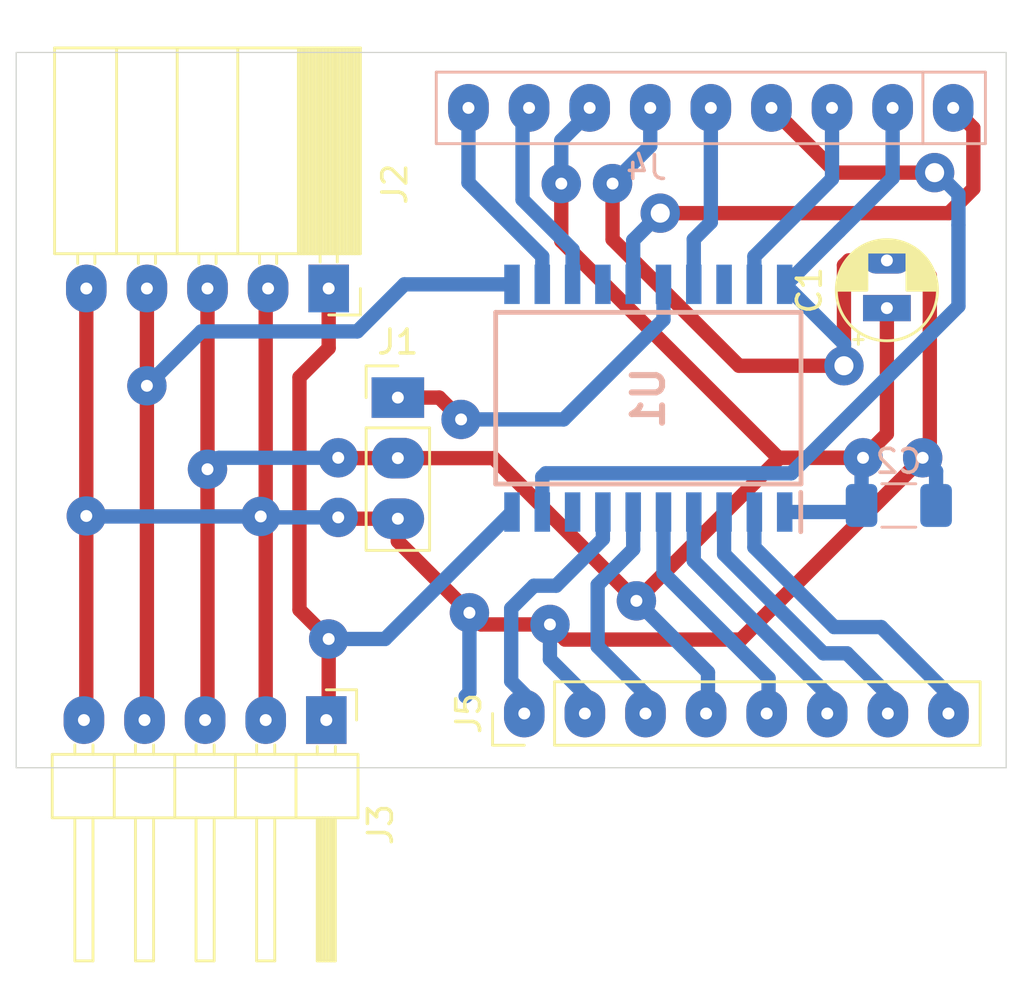
<source format=kicad_pcb>
(kicad_pcb (version 20211014) (generator pcbnew)
  (layers (0 "F.Cu" mixed) (31 "B.Cu" mixed) (34 "B.Paste" user) (35 "F.Paste" user) (36 "B.SilkS" user "B.Silkscreen") (37 "F.SilkS" user "F.Silkscreen") (38 "B.Mask" user) (39 "F.Mask" user) (44 "Edge.Cuts" user))
  (net 0 "")
  (net 1 "VCC")
  (net 2 "GND")
  (net 3 "PSFHCLK")
  (net 4 "ENCB")
  (net 5 "BUT0")
  (net 6 "SDA")
  (net 7 "SCL")
  (net 8 "PSHFUPDATE")
  (net 9 "BUT2")
  (net 10 "BUT3")
  (net 11 "ADC1")
  (net 12 "ADC0")
  (net 13 "BUT1")
  (net 14 "ENCSW")
  (net 15 "ENCA")
  (net 17 "PSHFDATA")
  (net 18 "UPDI")
  (footprint "Connector_PinSocket_2.54mm:PinSocket_1x05_P2.54mm_Horizontal" (layer "F.Cu") (at 108.5 95.36 -90)
    (fp_text reference "J2" (at -4.38 -2.77 90) (layer "F.SilkS"))
    (fp_text value "Conn_01x05_Female")
    (fp_line (start -10.09 -0.147145) (end -1.46 -0.147145) (layer "F.SilkS") (width 0.12))
    (fp_line (start -10.09 -1.33) (end -1.46 -1.33) (layer "F.SilkS") (width 0.12))
    (fp_line (start -10.09 -0.619525) (end -1.46 -0.619525) (layer "F.SilkS") (width 0.12))
    (fp_line (start -10.09 -0.50143) (end -1.46 -0.50143) (layer "F.SilkS") (width 0.12))
    (fp_line (start -10.09 0.797615) (end -1.46 0.797615) (layer "F.SilkS") (width 0.12))
    (fp_line (start -10.09 -0.855715) (end -1.46 -0.855715) (layer "F.SilkS") (width 0.12))
    (fp_line (start -10.09 -0.26524) (end -1.46 -0.26524) (layer "F.SilkS") (width 0.12))
    (fp_line (start -10.09 1.1519) (end -1.46 1.1519) (layer "F.SilkS") (width 0.12))
    (fp_line (start -10.09 0.67952) (end -1.46 0.67952) (layer "F.SilkS") (width 0.12))
    (fp_line (start -10.09 0.91571) (end -1.46 0.91571) (layer "F.SilkS") (width 0.12))
    (fp_line (start -10.09 -0.97381) (end -1.46 -0.97381) (layer "F.SilkS") (width 0.12))
    (fp_line (start -10.09 -0.02905) (end -1.46 -0.02905) (layer "F.SilkS") (width 0.12))
    (fp_line (start -1.46 7.26) (end -1.05 7.26) (layer "F.SilkS") (width 0.12))
    (fp_line (start -1.46 5.44) (end -1.05 5.44) (layer "F.SilkS") (width 0.12))
    (fp_line (start -1.46 -1.33) (end -1.46 11.49) (layer "F.SilkS") (width 0.12))
    (fp_line (start -1.46 10.52) (end -1.05 10.52) (layer "F.SilkS") (width 0.12))
    (fp_line (start -1.46 2.18) (end -1.05 2.18) (layer "F.SilkS") (width 0.12))
    (fp_line (start -10.09 -1.091905) (end -1.46 -1.091905) (layer "F.SilkS") (width 0.12))
    (fp_line (start -10.09 -1.21) (end -1.46 -1.21) (layer "F.SilkS") (width 0.12))
    (fp_line (start -10.09 1.27) (end -1.46 1.27) (layer "F.SilkS") (width 0.12))
    (fp_line (start 1.11 -1.33) (end 1.11 0) (layer "F.SilkS") (width 0.12))
    (fp_line (start -10.09 0.089045) (end -1.46 0.089045) (layer "F.SilkS") (width 0.12))
    (fp_line (start -1.46 2.9) (end -1.05 2.9) (layer "F.SilkS") (width 0.12))
    (fp_line (start -10.09 -0.73762) (end -1.46 -0.73762) (layer "F.SilkS") (width 0.12))
    (fp_line (start -10.09 0.561425) (end -1.46 0.561425) (layer "F.SilkS") (width 0.12))
    (fp_line (start -10.09 8.89) (end -1.46 8.89) (layer "F.SilkS") (width 0.12))
    (fp_line (start -1.46 -0.36) (end -1.11 -0.36) (layer "F.SilkS") (width 0.12))
    (fp_line (start -10.09 3.81) (end -1.46 3.81) (layer "F.SilkS") (width 0.12))
    (fp_line (start 0 -1.33) (end 1.11 -1.33) (layer "F.SilkS") (width 0.12))
    (fp_line (start -10.09 0.20714) (end -1.46 0.20714) (layer "F.SilkS") (width 0.12))
    (fp_line (start -10.09 1.033805) (end -1.46 1.033805) (layer "F.SilkS") (width 0.12))
    (fp_line (start -10.09 11.49) (end -1.46 11.49) (layer "F.SilkS") (width 0.12))
    (fp_line (start -10.09 6.35) (end -1.46 6.35) (layer "F.SilkS") (width 0.12))
    (fp_line (start -10.09 -0.383335) (end -1.46 -0.383335) (layer "F.SilkS") (width 0.12))
    (fp_line (start -1.46 0.36) (end -1.11 0.36) (layer "F.SilkS") (width 0.12))
    (fp_line (start -10.09 0.325235) (end -1.46 0.325235) (layer "F.SilkS") (width 0.12))
    (fp_line (start -1.46 7.98) (end -1.05 7.98) (layer "F.SilkS") (width 0.12))
    (fp_line (start -1.46 4.72) (end -1.05 4.72) (layer "F.SilkS") (width 0.12))
    (fp_line (start -1.46 9.8) (end -1.05 9.8) (layer "F.SilkS") (width 0.12))
    (fp_line (start -10.09 -1.33) (end -10.09 11.49) (layer "F.SilkS") (width 0.12))
    (fp_line (start -10.09 0.44333) (end -1.46 0.44333) (layer "F.SilkS") (width 0.12))
    (pad "1" thru_hole rect locked (at 0 0 270) (size 2 1.7) (drill 0.5) (layers *.Cu *.Mask) (net 6 "SDA"))
    (pad "2" thru_hole oval locked (at 0 2.54 270) (size 2 1.7) (drill 0.5) (layers *.Cu *.Mask) (net 2 "GND"))
    (pad "3" thru_hole oval locked (at 0 5.08 270) (size 2 1.7) (drill 0.5) (layers *.Cu *.Mask) (net 1 "VCC"))
    (pad "4" thru_hole oval locked (at 0 7.62 270) (size 2 1.7) (drill 0.5) (layers *.Cu *.Mask) (net 7 "SCL"))
    (pad "5" thru_hole oval locked (at 0 10.16 270) (size 2 1.7) (drill 0.5) (layers *.Cu *.Mask) (net 2 "GND"))
  )
  (footprint "Capacitor_THT:CP_Radial_D4.0mm_P1.50mm" (layer "F.Cu") (at 131.9 96.1826 90)
    (fp_text reference "C1" (at 0.75 -3.25 90) (layer "F.SilkS"))
    (fp_text value "10uF")
    (fp_line (start 1.831 0.84) (end 1.831 1.785) (layer "F.SilkS") (width 0.12))
    (fp_line (start 1.11 -2.05) (end 1.11 -0.84) (layer "F.SilkS") (width 0.12))
    (fp_line (start 1.991 -1.68) (end 1.991 -0.84) (layer "F.SilkS") (width 0.12))
    (fp_line (start 1.511 0.84) (end 1.511 1.94) (layer "F.SilkS") (width 0.12))
    (fp_line (start 2.111 -1.587) (end 2.111 -0.84) (layer "F.SilkS") (width 0.12))
    (fp_line (start 2.551 -1.08) (end 2.551 1.08) (layer "F.SilkS") (width 0.12))
    (fp_line (start 2.591 -1.013) (end 2.591 1.013) (layer "F.SilkS") (width 0.12))
    (fp_line (start 1.11 0.84) (end 1.11 2.05) (layer "F.SilkS") (width 0.12))
    (fp_line (start 2.071 -1.619) (end 2.071 -0.84) (layer "F.SilkS") (width 0.12))
    (fp_line (start 1.35 0.84) (end 1.35 1.994) (layer "F.SilkS") (width 0.12))
    (fp_line (start 1.991 0.84) (end 1.991 1.68) (layer "F.SilkS") (width 0.12))
    (fp_line (start 1.27 -2.016) (end 1.27 -0.84) (layer "F.SilkS") (width 0.12))
    (fp_line (start 1.911 0.84) (end 1.911 1.735) (layer "F.SilkS") (width 0.12))
    (fp_line (start 0.83 0.84) (end 0.83 2.079) (layer "F.SilkS") (width 0.12))
    (fp_line (start 1.07 0.84) (end 1.07 2.056) (layer "F.SilkS") (width 0.12))
    (fp_line (start 2.831 -0.37) (end 2.831 0.37) (layer "F.SilkS") (width 0.12))
    (fp_line (start 1.551 0.84) (end 1.551 1.924) (layer "F.SilkS") (width 0.12))
    (fp_line (start 1.07 -2.056) (end 1.07 -0.84) (layer "F.SilkS") (width 0.12))
    (fp_line (start 0.87 0.84) (end 0.87 2.077) (layer "F.SilkS") (width 0.12))
    (fp_line (start 0.95 0.84) (end 0.95 2.071) (layer "F.SilkS") (width 0.12))
    (fp_line (start 1.751 -1.83) (end 1.751 -0.84) (layer "F.SilkS") (width 0.12))
    (fp_line (start 1.591 0.84) (end 1.591 1.907) (layer "F.SilkS") (width 0.12))
    (fp_line (start 1.951 0.84) (end 1.951 1.708) (layer "F.SilkS") (width 0.12))
    (fp_line (start 0.75 0.84) (end 0.75 2.08) (layer "F.SilkS") (width 0.12))
    (fp_line (start 1.871 0.84) (end 1.871 1.76) (layer "F.SilkS") (width 0.12))
    (fp_line (start 0.95 -2.071) (end 0.95 -0.84) (layer "F.SilkS") (width 0.12))
    (fp_line (start 2.071 0.84) (end 2.071 1.619) (layer "F.SilkS") (width 0.12))
    (fp_line (start 1.631 -1.889) (end 1.631 -0.84) (layer "F.SilkS") (width 0.12))
    (fp_line (start 1.511 -1.94) (end 1.511 -0.84) (layer "F.SilkS") (width 0.12))
    (fp_line (start 0.99 0.84) (end 0.99 2.067) (layer "F.SilkS") (width 0.12))
    (fp_line (start 0.91 -2.074) (end 0.91 -0.84) (layer "F.SilkS") (width 0.12))
    (fp_line (start 1.03 0.84) (end 1.03 2.062) (layer "F.SilkS") (width 0.12))
    (fp_line (start 1.35 -1.994) (end 1.35 -0.84) (layer "F.SilkS") (width 0.12))
    (fp_line (start 1.911 -1.735) (end 1.911 -0.84) (layer "F.SilkS") (width 0.12))
    (fp_line (start 2.311 0.84) (end 2.311 1.396) (layer "F.SilkS") (width 0.12))
    (fp_line (start 1.871 -1.76) (end 1.871 -0.84) (layer "F.SilkS") (width 0.12))
    (fp_line (start 0.75 -2.08) (end 0.75 -0.84) (layer "F.SilkS") (width 0.12))
    (fp_line (start 2.351 -1.351) (end 2.351 1.351) (layer "F.SilkS") (width 0.12))
    (fp_line (start 2.711 -0.768) (end 2.711 0.768) (layer "F.SilkS") (width 0.12))
    (fp_line (start 2.031 -1.65) (end 2.031 -0.84) (layer "F.SilkS") (width 0.12))
    (fp_line (start 0.87 -2.077) (end 0.87 -0.84) (layer "F.SilkS") (width 0.12))
    (fp_line (start 2.391 -1.304) (end 2.391 1.304) (layer "F.SilkS") (width 0.12))
    (fp_line (start 1.43 -1.968) (end 1.43 -0.84) (layer "F.SilkS") (width 0.12))
    (fp_line (start 1.471 0.84) (end 1.471 1.954) (layer "F.SilkS") (width 0.12))
    (fp_line (start 1.631 0.84) (end 1.631 1.889) (layer "F.SilkS") (width 0.12))
    (fp_line (start 1.791 -1.808) (end 1.791 -0.84) (layer "F.SilkS") (width 0.12))
    (fp_line (start 2.311 -1.396) (end 2.311 -0.84) (layer "F.SilkS") (width 0.12))
    (fp_line (start 2.431 -1.254) (end 2.431 1.254) (layer "F.SilkS") (width 0.12))
    (fp_line (start 1.751 0.84) (end 1.751 1.83) (layer "F.SilkS") (width 0.12))
    (fp_line (start 2.191 -1.516) (end 2.191 -0.84) (layer "F.SilkS") (width 0.12))
    (fp_line (start 2.511 -1.142) (end 2.511 1.142) (layer "F.SilkS") (width 0.12))
    (fp_line (start 1.671 -1.87) (end 1.671 -0.84) (layer "F.SilkS") (width 0.12))
    (fp_line (start 1.19 0.84) (end 1.19 2.034) (layer "F.SilkS") (width 0.12))
    (fp_line (start 0.91 0.84) (end 0.91 2.074) (layer "F.SilkS") (width 0.12))
    (fp_line (start 1.23 -2.025) (end 1.23 -0.84) (layer "F.SilkS") (width 0.12))
    (fp_line (start 1.551 -1.924) (end 1.551 -0.84) (layer "F.SilkS") (width 0.12))
    (fp_line (start 1.39 0.84) (end 1.39 1.982) (layer "F.SilkS") (width 0.12))
    (fp_line (start 0.79 0.84) (end 0.79 2.08) (layer "F.SilkS") (width 0.12))
    (fp_line (start 1.15 -2.042) (end 1.15 -0.84) (layer "F.SilkS") (width 0.12))
    (fp_line (start 1.791 0.84) (end 1.791 1.808) (layer "F.SilkS") (width 0.12))
    (fp_line (start -1.519801 -1.195) (end -1.119801 -1.195) (layer "F.SilkS") (width 0.12))
    (fp_line (start 2.791 -0.537) (end 2.791 0.537) (layer "F.SilkS") (width 0.12))
    (fp_line (start 1.951 -1.708) (end 1.951 -0.84) (layer "F.SilkS") (width 0.12))
    (fp_line (start 0.79 -2.08) (end 0.79 -0.84) (layer "F.SilkS") (width 0.12))
    (fp_line (start 1.31 0.84) (end 1.31 2.005) (layer "F.SilkS") (width 0.12))
    (fp_line (start 1.31 -2.005) (end 1.31 -0.84) (layer "F.SilkS") (width 0.12))
    (fp_line (start 1.591 -1.907) (end 1.591 -0.84) (layer "F.SilkS") (width 0.12))
    (fp_line (start 2.671 -0.859) (end 2.671 0.859) (layer "F.SilkS") (width 0.12))
    (fp_line (start 2.231 -1.478) (end 2.231 -0.84) (layer "F.SilkS") (width 0.12))
    (fp_line (start 2.631 -0.94) (end 2.631 0.94) (layer "F.SilkS") (width 0.12))
    (fp_line (start 1.15 0.84) (end 1.15 2.042) (layer "F.SilkS") (width 0.12))
    (fp_line (start 1.27 0.84) (end 1.27 2.016) (layer "F.SilkS") (width 0.12))
    (fp_line (start 1.711 0.84) (end 1.711 1.851) (layer "F.SilkS") (width 0.12))
    (fp_line (start 1.671 0.84) (end 1.671 1.87) (layer "F.SilkS") (width 0.12))
    (fp_line (start 2.151 -1.552) (end 2.151 -0.84) (layer "F.SilkS") (width 0.12))
    (fp_line (start 1.43 0.84) (end 1.43 1.968) (layer "F.SilkS") (width 0.12))
    (fp_line (start 1.39 -1.982) (end 1.39 -0.84) (layer "F.SilkS") (width 0.12))
    (fp_line (start 1.471 -1.954) (end 1.471 -0.84) (layer "F.SilkS") (width 0.12))
    (fp_line (start 1.03 -2.062) (end 1.03 -0.84) (layer "F.SilkS") (width 0.12))
    (fp_line (start 2.111 0.84) (end 2.111 1.587) (layer "F.SilkS") (width 0.12))
    (fp_line (start 2.271 -1.438) (end 2.271 -0.84) (layer "F.SilkS") (width 0.12))
    (fp_line (start 2.271 0.84) (end 2.271 1.438) (layer "F.SilkS") (width 0.12))
    (fp_line (start 1.711 -1.851) (end 1.711 -0.84) (layer "F.SilkS") (width 0.12))
    (fp_line (start -1.319801 -1.395) (end -1.319801 -0.995) (layer "F.SilkS") (width 0.12))
    (fp_line (start 2.191 0.84) (end 2.191 1.516) (layer "F.SilkS") (width 0.12))
    (fp_line (start 1.19 -2.034) (end 1.19 -0.84) (layer "F.SilkS") (width 0.12))
    (fp_line (start 2.031 0.84) (end 2.031 1.65) (layer "F.SilkS") (width 0.12))
    (fp_line (start 2.151 0.84) (end 2.151 1.552) (layer "F.SilkS") (width 0.12))
    (fp_line (start 2.231 0.84) (end 2.231 1.478) (layer "F.SilkS") (width 0.12))
    (fp_line (start 2.471 -1.2) (end 2.471 1.2) (layer "F.SilkS") (width 0.12))
    (fp_line (start 2.751 -0.664) (end 2.751 0.664) (layer "F.SilkS") (width 0.12))
    (fp_line (start 1.831 -1.785) (end 1.831 -0.84) (layer "F.SilkS") (width 0.12))
    (fp_line (start 1.23 0.84) (end 1.23 2.025) (layer "F.SilkS") (width 0.12))
    (fp_line (start 0.99 -2.067) (end 0.99 -0.84) (layer "F.SilkS") (width 0.12))
    (fp_line (start 0.83 -2.079) (end 0.83 -0.84) (layer "F.SilkS") (width 0.12))
    (fp_circle (center 0.75 0) (end 2.87 0) (layer "F.SilkS") (width 0.12) (fill none))
    (pad "1" thru_hole rect locked (at 0 0 90) (size 1.1 2) (drill 0.5) (layers *.Cu *.Mask) (net 1 "VCC"))
    (pad "2" thru_hole oval (at 2 0 90) (size 1.1 2) (drill 0.5) (layers *.Cu *.Mask) (net 2 "GND"))
  )
  (footprint "Connector_PinHeader_2.54mm:PinHeader_1x05_P2.54mm_Horizontal" (layer "F.Cu") (at 108.4 113.46 -90)
    (fp_text reference "J3" (at 4.385 -2.27 90) (layer "F.SilkS"))
    (fp_text value "Conn_01x05_Male")
    (fp_line (start 1.44 8.89) (end 4.1 8.89) (layer "F.SilkS") (width 0.12))
    (fp_line (start -1.27 -1.27) (end 0 -1.27) (layer "F.SilkS") (width 0.12))
    (fp_line (start 4.1 7.24) (end 10.1 7.24) (layer "F.SilkS") (width 0.12))
    (fp_line (start 10.1 0.38) (end 4.1 0.38) (layer "F.SilkS") (width 0.12))
    (fp_line (start 1.44 11.49) (end 4.1 11.49) (layer "F.SilkS") (width 0.12))
    (fp_line (start 10.1 8) (end 4.1 8) (layer "F.SilkS") (width 0.12))
    (fp_line (start 4.1 4.7) (end 10.1 4.7) (layer "F.SilkS") (width 0.12))
    (fp_line (start 10.1 7.24) (end 10.1 8) (layer "F.SilkS") (width 0.12))
    (fp_line (start 4.1 0.28) (end 10.1 0.28) (layer "F.SilkS") (width 0.12))
    (fp_line (start 4.1 0.16) (end 10.1 0.16) (layer "F.SilkS") (width 0.12))
    (fp_line (start 10.1 -0.38) (end 10.1 0.38) (layer "F.SilkS") (width 0.12))
    (fp_line (start 1.44 3.81) (end 4.1 3.81) (layer "F.SilkS") (width 0.12))
    (fp_line (start 1.042929 2.92) (end 1.44 2.92) (layer "F.SilkS") (width 0.12))
    (fp_line (start 1.042929 4.7) (end 1.44 4.7) (layer "F.SilkS") (width 0.12))
    (fp_line (start 10.1 9.78) (end 10.1 10.54) (layer "F.SilkS") (width 0.12))
    (fp_line (start 1.44 6.35) (end 4.1 6.35) (layer "F.SilkS") (width 0.12))
    (fp_line (start 10.1 10.54) (end 4.1 10.54) (layer "F.SilkS") (width 0.12))
    (fp_line (start 1.042929 5.46) (end 1.44 5.46) (layer "F.SilkS") (width 0.12))
    (fp_line (start 4.1 9.78) (end 10.1 9.78) (layer "F.SilkS") (width 0.12))
    (fp_line (start 4.1 11.49) (end 4.1 -1.33) (layer "F.SilkS") (width 0.12))
    (fp_line (start 4.1 0.04) (end 10.1 0.04) (layer "F.SilkS") (width 0.12))
    (fp_line (start 4.1 -0.2) (end 10.1 -0.2) (layer "F.SilkS") (width 0.12))
    (fp_line (start 10.1 2.92) (end 4.1 2.92) (layer "F.SilkS") (width 0.12))
    (fp_line (start 4.1 -1.33) (end 1.44 -1.33) (layer "F.SilkS") (width 0.12))
    (fp_line (start 1.042929 9.78) (end 1.44 9.78) (layer "F.SilkS") (width 0.12))
    (fp_line (start 1.042929 2.16) (end 1.44 2.16) (layer "F.SilkS") (width 0.12))
    (fp_line (start 1.44 1.27) (end 4.1 1.27) (layer "F.SilkS") (width 0.12))
    (fp_line (start 1.11 0.38) (end 1.44 0.38) (layer "F.SilkS") (width 0.12))
    (fp_line (start 4.1 -0.32) (end 10.1 -0.32) (layer "F.SilkS") (width 0.12))
    (fp_line (start 4.1 -0.38) (end 10.1 -0.38) (layer "F.SilkS") (width 0.12))
    (fp_line (start 1.44 -1.33) (end 1.44 11.49) (layer "F.SilkS") (width 0.12))
    (fp_line (start 1.042929 7.24) (end 1.44 7.24) (layer "F.SilkS") (width 0.12))
    (fp_line (start -1.27 0) (end -1.27 -1.27) (layer "F.SilkS") (width 0.12))
    (fp_line (start 1.11 -0.38) (end 1.44 -0.38) (layer "F.SilkS") (width 0.12))
    (fp_line (start 10.1 5.46) (end 4.1 5.46) (layer "F.SilkS") (width 0.12))
    (fp_line (start 10.1 2.16) (end 10.1 2.92) (layer "F.SilkS") (width 0.12))
    (fp_line (start 4.1 -0.08) (end 10.1 -0.08) (layer "F.SilkS") (width 0.12))
    (fp_line (start 1.042929 10.54) (end 1.44 10.54) (layer "F.SilkS") (width 0.12))
    (fp_line (start 1.042929 8) (end 1.44 8) (layer "F.SilkS") (width 0.12))
    (fp_line (start 4.1 2.16) (end 10.1 2.16) (layer "F.SilkS") (width 0.12))
    (fp_line (start 10.1 4.7) (end 10.1 5.46) (layer "F.SilkS") (width 0.12))
    (pad "1" thru_hole rect locked (at 0 0 270) (size 2 1.7) (drill 0.5) (layers *.Cu *.Mask) (net 6 "SDA"))
    (pad "2" thru_hole oval locked (at 0 2.54 270) (size 2 1.7) (drill 0.5) (layers *.Cu *.Mask) (net 2 "GND"))
    (pad "3" thru_hole oval locked (at 0 5.08 270) (size 2 1.7) (drill 0.5) (layers *.Cu *.Mask) (net 1 "VCC"))
    (pad "4" thru_hole oval locked (at 0 7.62 270) (size 2 1.7) (drill 0.5) (layers *.Cu *.Mask) (net 7 "SCL"))
    (pad "5" thru_hole oval locked (at 0 10.16 270) (size 2 1.7) (drill 0.5) (layers *.Cu *.Mask) (net 2 "GND"))
  )
  (footprint "Connector_PinHeader_2.54mm:PinHeader_1x03_P2.54mm_Vertical" (layer "F.Cu") (at 111.4 99.935)
    (fp_text reference "J1" (at 0 -2.33) (layer "F.SilkS"))
    (fp_text value "Conn_01x03_Male")
    (fp_line (start -1.33 1.27) (end -1.33 6.41) (layer "F.SilkS") (width 0.12))
    (fp_line (start -1.33 0) (end -1.33 -1.33) (layer "F.SilkS") (width 0.12))
    (fp_line (start -1.33 -1.33) (end 0 -1.33) (layer "F.SilkS") (width 0.12))
    (fp_line (start -1.33 6.41) (end 1.33 6.41) (layer "F.SilkS") (width 0.12))
    (fp_line (start 1.33 1.27) (end 1.33 6.41) (layer "F.SilkS") (width 0.12))
    (fp_line (start -1.33 1.27) (end 1.33 1.27) (layer "F.SilkS") (width 0.12))
    (pad "1" thru_hole rect locked (at 0 0) (size 2.2 1.7) (drill 0.5) (layers *.Cu *.Mask) (net 18 "UPDI"))
    (pad "2" thru_hole oval locked (at 0 2.54) (size 2.2 1.7) (drill 0.5) (layers *.Cu *.Mask) (net 1 "VCC"))
    (pad "3" thru_hole oval locked (at 0 5.08) (size 2.2 1.7) (drill 0.5) (layers *.Cu *.Mask) (net 2 "GND"))
  )
  (footprint "Connector_PinHeader_2.54mm:PinHeader_1x08_P2.54mm_Vertical" (layer "F.Cu") (at 116.7 113.185 90)
    (fp_text reference "J5" (at 0 -2.33 90) (layer "F.SilkS"))
    (fp_text value "Conn_01x08_Female")
    (fp_line (start 1.33 1.27) (end 1.33 19.11) (layer "F.SilkS") (width 0.12))
    (fp_line (start -1.33 0) (end -1.33 -1.33) (layer "F.SilkS") (width 0.12))
    (fp_line (start -1.33 1.27) (end -1.33 19.11) (layer "F.SilkS") (width 0.12))
    (fp_line (start -1.33 1.27) (end 1.33 1.27) (layer "F.SilkS") (width 0.12))
    (fp_line (start -1.33 19.11) (end 1.33 19.11) (layer "F.SilkS") (width 0.12))
    (fp_line (start -1.33 -1.33) (end 0 -1.33) (layer "F.SilkS") (width 0.12))
    (pad "1" thru_hole oval (at 0 0 90) (size 2 1.7) (drill 0.5) (layers *.Cu *.Mask) (net 11 "ADC1"))
    (pad "2" thru_hole oval (at 0 2.54 90) (size 2 1.7) (drill 0.5) (layers *.Cu *.Mask) (net 2 "GND"))
    (pad "3" thru_hole oval (at 0 5.08 90) (size 2 1.7) (drill 0.5) (layers *.Cu *.Mask) (net 12 "ADC0"))
    (pad "4" thru_hole oval (at 0 7.62 90) (size 2 1.7) (drill 0.5) (layers *.Cu *.Mask) (net 1 "VCC"))
    (pad "5" thru_hole oval (at 0 10.16 90) (size 2 1.7) (drill 0.5) (layers *.Cu *.Mask) (net 13 "BUT1"))
    (pad "6" thru_hole oval (at 0 12.7 90) (size 2 1.7) (drill 0.5) (layers *.Cu *.Mask) (net 4 "ENCB"))
    (pad "7" thru_hole oval (at 0 15.24 90) (size 2 1.7) (drill 0.5) (layers *.Cu *.Mask) (net 14 "ENCSW"))
    (pad "8" thru_hole oval (at 0 17.78 90) (size 2 1.7) (drill 0.5) (layers *.Cu *.Mask) (net 15 "ENCA"))
  )
  (footprint "attiny1626:SOIC127P1030X265-20N" (layer "B.Cu") (at 121.9 99.96 90)
    (fp_text reference "U1" (at 0 0 90) (layer "B.SilkS") (effects (font (size 1.27 1.27) (thickness 0.254)) (justify mirror)))
    (fp_text value "ATtiny1626" hide)
    (fp_line (start -3.6 -6.4) (end -3.6 6.4) (layer "B.SilkS") (width 0.2))
    (fp_line (start 3.6 6.4) (end 3.6 -6.4) (layer "B.SilkS") (width 0.2))
    (fp_line (start 3.6 -6.4) (end -3.6 -6.4) (layer "B.SilkS") (width 0.2))
    (fp_line (start -5.6 6.39) (end -3.95 6.39) (layer "B.SilkS") (width 0.2))
    (fp_line (start -3.6 6.4) (end 3.6 6.4) (layer "B.SilkS") (width 0.2))
    (pad "1" smd rect locked (at -4.775 5.715) (size 0.65 1.65) (layers "B.Cu" "B.Paste" "B.Mask") (net 1 "VCC"))
    (pad "2" smd rect locked (at -4.775 4.445) (size 0.65 1.65) (layers "B.Cu" "B.Paste" "B.Mask") (net 15 "ENCA"))
    (pad "3" smd rect locked (at -4.775 3.175) (size 0.65 1.65) (layers "B.Cu" "B.Paste" "B.Mask") (net 14 "ENCSW"))
    (pad "4" smd rect locked (at -4.775 1.905) (size 0.65 1.65) (layers "B.Cu" "B.Paste" "B.Mask") (net 4 "ENCB"))
    (pad "5" smd rect locked (at -4.775 0.635) (size 0.65 1.65) (layers "B.Cu" "B.Paste" "B.Mask") (net 13 "BUT1"))
    (pad "6" smd rect locked (at -4.775 -0.635) (size 0.65 1.65) (layers "B.Cu" "B.Paste" "B.Mask") (net 12 "ADC0"))
    (pad "7" smd rect locked (at -4.775 -1.905) (size 0.65 1.65) (layers "B.Cu" "B.Paste" "B.Mask") (net 11 "ADC1"))
    (pad "8" smd rect locked (at -4.775 -3.175) (size 0.65 1.65) (layers "B.Cu" "B.Paste" "B.Mask"))
    (pad "9" smd rect locked (at -4.775 -4.445) (size 0.65 1.65) (layers "B.Cu" "B.Paste" "B.Mask") (net 8 "PSHFUPDATE"))
    (pad "10" smd rect locked (at -4.775 -5.715) (size 0.65 1.65) (layers "B.Cu" "B.Paste" "B.Mask") (net 6 "SDA"))
    (pad "11" smd rect locked (at 4.775 -5.715) (size 0.65 1.65) (layers "B.Cu" "B.Paste" "B.Mask") (net 7 "SCL"))
    (pad "12" smd rect locked (at 4.775 -4.445) (size 0.65 1.65) (layers "B.Cu" "B.Paste" "B.Mask") (net 10 "BUT3"))
    (pad "13" smd rect locked (at 4.775 -3.175) (size 0.65 1.65) (layers "B.Cu" "B.Paste" "B.Mask") (net 9 "BUT2"))
    (pad "14" smd rect locked (at 4.775 -1.905) (size 0.65 1.65) (layers "B.Cu" "B.Paste" "B.Mask"))
    (pad "15" smd rect locked (at 4.775 -0.635) (size 0.65 1.65) (layers "B.Cu" "B.Paste" "B.Mask") (net 5 "BUT0"))
    (pad "16" smd rect locked (at 4.775 0.635) (size 0.65 1.65) (layers "B.Cu" "B.Paste" "B.Mask") (net 18 "UPDI"))
    (pad "17" smd rect locked (at 4.775 1.905) (size 0.65 1.65) (layers "B.Cu" "B.Paste" "B.Mask") (net 17 "PSHFDATA"))
    (pad "18" smd rect locked (at 4.775 3.175) (size 0.65 1.65) (layers "B.Cu" "B.Paste" "B.Mask"))
    (pad "19" smd rect locked (at 4.775 4.445) (size 0.65 1.65) (layers "B.Cu" "B.Paste" "B.Mask") (net 3 "PSFHCLK"))
    (pad "20" smd rect locked (at 4.775 5.715) (size 0.65 1.65) (layers "B.Cu" "B.Paste" "B.Mask") (net 2 "GND"))
  )
  (footprint ".Ambisonic:Header-01x09-p2.54-selfsolder" (layer "B.Cu") (at 124.52 87.785 180)
    (fp_text reference "J4" (at 2.70048 -2.5) (layer "B.SilkS") (effects (justify mirror)))
    (fp_text value "Conn_01x09_Female")
    (fp_line (start -11.51 -1.5) (end -11.51 1.5) (layer "B.SilkS") (width 0.12))
    (fp_line (start -11.51 1.5) (end 11.51 1.5) (layer "B.SilkS") (width 0.12))
    (fp_line (start 11.51 1.5) (end 11.51 -1.5) (layer "B.SilkS") (width 0.12))
    (fp_line (start -8.89 1.5) (end -8.89 -1.5) (layer "B.SilkS") (width 0.12))
    (fp_line (start 11.51 -1.5) (end -11.51 -1.5) (layer "B.SilkS") (width 0.12))
    (pad "1" thru_hole oval (at -10.16 0 180) (size 1.7 2) (drill 0.5) (layers *.Cu *.Mask) (net 5 "BUT0"))
    (pad "2" thru_hole oval (at -7.62 0 180) (size 1.7 2) (drill 0.5) (layers *.Cu *.Mask) (net 2 "GND"))
    (pad "3" thru_hole oval (at -5.08 0 180) (size 1.7 2) (drill 0.5) (layers *.Cu *.Mask) (net 3 "PSFHCLK"))
    (pad "4" thru_hole oval (at -2.54 0 180) (size 1.7 2) (drill 0.5) (layers *.Cu *.Mask) (net 8 "PSHFUPDATE"))
    (pad "5" thru_hole oval (at 0 0 180) (size 1.7 2) (drill 0.5) (layers *.Cu *.Mask) (net 17 "PSHFDATA"))
    (pad "6" thru_hole oval (at 2.54 0 180) (size 1.7 2) (drill 0.5) (layers *.Cu *.Mask) (net 2 "GND"))
    (pad "7" thru_hole oval (at 5.08 0 180) (size 1.7 2) (drill 0.5) (layers *.Cu *.Mask) (net 1 "VCC"))
    (pad "8" thru_hole oval (at 7.62 0 180) (size 1.7 2) (drill 0.5) (layers *.Cu *.Mask) (net 9 "BUT2"))
    (pad "9" thru_hole oval (at 10.16 0 180) (size 1.7 2) (drill 0.5) (layers *.Cu *.Mask) (net 10 "BUT3"))
  )
  (footprint "Capacitor_SMD:C_1206_3216Metric_Pad1.33x1.80mm_HandSolder" (layer "B.Cu") (at 132.4 104.46 180)
    (fp_text reference "C2" (at 0 1.85) (layer "B.SilkS") (effects (justify mirror)))
    (fp_text value "100nF")
    (fp_line (start -0.711252 -0.91) (end 0.711252 -0.91) (layer "B.SilkS") (width 0.12))
    (fp_line (start -0.711252 0.91) (end 0.711252 0.91) (layer "B.SilkS") (width 0.12))
    (pad "1" smd roundrect locked (at -1.5625 0 180) (size 1.325 1.8) (layers "B.Cu" "B.Paste" "B.Mask") (roundrect_rratio 0.1886792453) (net 2 "GND"))
    (pad "2" smd roundrect locked (at 1.5625 0 180) (size 1.325 1.8) (layers "B.Cu" "B.Paste" "B.Mask") (roundrect_rratio 0.1886792453) (net 1 "VCC"))
  )
  (gr_line (start 136.9 85.46) (end 136.9 115.46) (layer "Edge.Cuts") (width 0.05))
  (gr_line (start 95.4 85.46) (end 95.4 115.46) (layer "Edge.Cuts") (width 0.05))
  (gr_line (start 136.9 115.46) (end 95.4 115.46) (layer "Edge.Cuts") (width 0.05))
  (gr_line (start 95.4 85.46) (end 136.9 85.46) (layer "Edge.Cuts") (width 0.05))
  (segment (start 118.250497 93.365453) (end 127.345044 102.46) (width 0.6) (layer "F.Cu") (net 1))
  (segment (start 127.345044 102.46) (end 130.9 102.46) (width 0.6) (layer "F.Cu") (net 1))
  (segment (start 103.42 113.36) (end 103.32 113.46) (width 0.6) (layer "F.Cu") (net 1))
  (segment (start 127.4 102.46) (end 130.9 102.46) (width 0.6) (layer "F.Cu") (net 1))
  (segment (start 130.9 102.46) (end 131.9 101.46) (width 0.6) (layer "F.Cu") (net 1))
  (segment (start 111.4 102.475) (end 108.915 102.475) (width 0.6) (layer "F.Cu") (net 1))
  (segment (start 103.42 102.94) (end 103.42 113.36) (width 0.6) (layer "F.Cu") (net 1))
  (segment (start 115.415 102.475) (end 111.4 102.475) (width 0.6) (layer "F.Cu") (net 1))
  (segment (start 121.4 108.46) (end 115.415 102.475) (width 0.6) (layer "F.Cu") (net 1))
  (segment (start 131.9 101.46) (end 131.9 96.1826) (width 0.6) (layer "F.Cu") (net 1))
  (segment (start 108.915 102.475) (end 108.9 102.46) (width 0.6) (layer "F.Cu") (net 1))
  (segment (start 103.42 95.36) (end 103.42 102.94) (width 0.6) (layer "F.Cu") (net 1))
  (segment (start 118.250497 90.96) (end 118.250497 93.365453) (width 0.6) (layer "F.Cu") (net 1))
  (segment (start 121.4 108.46) (end 127.4 102.46) (width 0.6) (layer "F.Cu") (net 1))
  (via (at 118.250497 90.96) (size 1.65) (drill 0.5) (layers "F.Cu" "B.Cu") (net 1))
  (via (at 103.42 102.94) (size 1.65) (drill 0.5) (layers "F.Cu" "B.Cu") (net 1))
  (via (at 108.9 102.46) (size 1.65) (drill 0.5) (layers "F.Cu" "B.Cu") (net 1))
  (via (at 121.4 108.46) (size 1.65) (drill 0.5) (layers "F.Cu" "B.Cu") (net 1))
  (via (at 130.9 102.46) (size 1.65) (drill 0.5) (layers "F.Cu" "B.Cu") (net 1))
  (segment (start 108.9 102.46) (end 103.9 102.46) (width 0.6) (layer "B.Cu") (net 1))
  (segment (start 130.8375 102.5225) (end 130.9 102.46) (width 0.6) (layer "B.Cu") (net 1))
  (segment (start 103.42 113.36) (end 103.32 113.46) (width 0.6) (layer "B.Cu") (net 1))
  (segment (start 124.4 112.46) (end 124.4 111.46) (width 0.6) (layer "B.Cu") (net 1))
  (segment (start 127.615 104.735) (end 130.5625 104.735) (width 0.6) (layer "B.Cu") (net 1))
  (segment (start 124.4 111.46) (end 121.4 108.46) (width 0.6) (layer "B.Cu") (net 1))
  (segment (start 119.44 87.96) (end 118.250497 89.149503) (width 0.6) (layer "B.Cu") (net 1))
  (segment (start 118.250497 89.149503) (end 118.250497 90.96) (width 0.6) (layer "B.Cu") (net 1))
  (segment (start 130.5625 104.735) (end 130.8375 104.46) (width 0.6) (layer "B.Cu") (net 1))
  (segment (start 130.8375 104.46) (end 130.8375 102.5225) (width 0.6) (layer "B.Cu") (net 1))
  (segment (start 103.9 102.46) (end 103.42 102.94) (width 0.6) (layer "B.Cu") (net 1))
  (segment (start 114.88975 109.44975) (end 114.4 108.96) (width 0.6) (layer "F.Cu") (net 2))
  (segment (start 111.4 105.015) (end 108.955 105.015) (width 0.6) (layer "F.Cu") (net 2))
  (segment (start 118.410261 110.084511) (end 117.7755 109.44975) (width 0.6) (layer "F.Cu") (net 2))
  (segment (start 105.86 95.46) (end 105.96 95.36) (width 0.6) (layer "F.Cu") (net 2))
  (segment (start 130.1 94.3826) (end 130.3 94.1826) (width 0.6) (layer "F.Cu") (net 2))
  (segment (start 117.7755 109.44975) (end 114.88975 109.44975) (width 0.6) (layer "F.Cu") (net 2))
  (segment (start 120.4 93.3) (end 125.7 98.6) (width 0.6) (layer "F.Cu") (net 2))
  (segment (start 130.1 98.6) (end 130.1 94.3826) (width 0.6) (layer "F.Cu") (net 2))
  (segment (start 98.34 113.36) (end 98.24 113.46) (width 0.6) (layer "F.Cu") (net 2))
  (segment (start 111.4 105.015) (end 111.4 105.96) (width 0.6) (layer "F.Cu") (net 2))
  (segment (start 120.4 90.96) (end 120.4 93.3) (width 0.6) (layer "F.Cu") (net 2))
  (segment (start 133.699511 102.160489) (end 133.699511 94.833089) (width 0.6) (layer "F.Cu") (net 2))
  (segment (start 125.7 98.6) (end 130.1 98.6) (width 0.6) (layer "F.Cu") (net 2))
  (segment (start 98.34 104.9) (end 98.34 113.36) (width 0.6) (layer "F.Cu") (net 2))
  (segment (start 98.34 95.36) (end 98.34 104.9) (width 0.6) (layer "F.Cu") (net 2))
  (segment (start 111.4 105.96) (end 114.4 108.96) (width 0.6) (layer "F.Cu") (net 2))
  (segment (start 105.86 113.46) (end 105.86 95.46) (width 0.6) (layer "F.Cu") (net 2))
  (segment (start 133.699511 94.833089) (end 133.049022 94.1826) (width 0.6) (layer "F.Cu") (net 2))
  (segment (start 105.96 113.36) (end 105.86 113.46) (width 0.6) (layer "F.Cu") (net 2))
  (segment (start 108.955 105.015) (end 108.9 104.96) (width 0.6) (layer "F.Cu") (net 2))
  (segment (start 133.4 102.46) (end 125.775489 110.084511) (width 0.6) (layer "F.Cu") (net 2))
  (segment (start 125.775489 110.084511) (end 118.410261 110.084511) (width 0.6) (layer "F.Cu") (net 2))
  (segment (start 133.049022 94.1826) (end 131.9 94.1826) (width 0.6) (layer "F.Cu") (net 2))
  (segment (start 130.3 94.1826) (end 131.9 94.1826) (width 0.6) (layer "F.Cu") (net 2))
  (segment (start 133.4 102.46) (end 133.699511 102.160489) (width 0.6) (layer "F.Cu") (net 2))
  (via (at 120.4 90.96) (size 1.65) (drill 0.5) (layers "F.Cu" "B.Cu") (net 2))
  (via (at 133.4 102.46) (size 1.65) (drill 0.5) (layers "F.Cu" "B.Cu") (net 2))
  (via (at 105.650989 104.92) (size 1.65) (drill 0.5) (layers "F.Cu" "B.Cu") (net 2))
  (via (at 98.34 104.9) (size 1.65) (drill 0.5) (layers "F.Cu" "B.Cu") (net 2))
  (via (at 114.4 108.96) (size 1.65) (drill 0.5) (layers "F.Cu" "B.Cu") (net 2))
  (via (at 108.9 104.96) (size 1.65) (drill 0.5) (layers "F.Cu" "B.Cu") (net 2))
  (via (at 130.1 98.6) (size 1.65) (drill 0.8) (layers "F.Cu" "B.Cu") (net 2))
  (via (at 117.7755 109.44975) (size 1.65) (drill 0.5) (layers "F.Cu" "B.Cu") (net 2))
  (segment (start 114.4 108.96) (end 114.4 112.3) (width 0.6) (layer "B.Cu") (net 2))
  (segment (start 119.32 112.46) (end 117.7755 110.9155) (width 0.6) (layer "B.Cu") (net 2))
  (segment (start 133.9625 104.46) (end 133.9625 103.0225) (width 0.6) (layer "B.Cu") (net 2))
  (segment (start 105.690989 104.96) (end 105.650989 104.92) (width 0.6) (layer "B.Cu") (net 2))
  (segment (start 132.14 90.72) (end 132.14 87.96) (width 0.6) (layer "B.Cu") (net 2))
  (segment (start 121.98 89.38) (end 120.4 90.96) (width 0.6) (layer "B.Cu") (net 2))
  (segment (start 130.1 98.6) (end 130.1 97.67) (width 0.6) (layer "B.Cu") (net 2))
  (segment (start 127.615 95.185) (end 127.675 95.185) (width 0.6) (layer "B.Cu") (net 2))
  (segment (start 98.34 113.36) (end 98.24 113.46) (width 0.6) (layer "B.Cu") (net 2))
  (segment (start 127.675 95.185) (end 129.9 92.96) (width 0.6) (layer "B.Cu") (net 2))
  (segment (start 98.36 104.92) (end 98.34 104.9) (width 0.6) (layer "B.Cu") (net 2))
  (segment (start 117.7755 110.9155) (end 117.7755 109.44975) (width 0.6) (layer "B.Cu") (net 2))
  (segment (start 129.9 92.96) (end 132.14 90.72) (width 0.6) (layer "B.Cu") (net 2))
  (segment (start 133.9625 103.0225) (end 133.4 102.46) (width 0.6) (layer "B.Cu") (net 2))
  (segment (start 105.650989 104.92) (end 98.36 104.92) (width 0.6) (layer "B.Cu") (net 2))
  (segment (start 130.1 97.67) (end 127.615 95.185) (width 0.6) (layer "B.Cu") (net 2))
  (segment (start 121.98 87.96) (end 121.98 89.38) (width 0.6) (layer "B.Cu") (net 2))
  (segment (start 108.9 104.96) (end 105.690989 104.96) (width 0.6) (layer "B.Cu") (net 2))
  (segment (start 114.4 112.3) (end 114.24 112.46) (width 0.6) (layer "B.Cu") (net 2))
  (segment (start 105.96 113.36) (end 105.86 113.46) (width 0.6) (layer "B.Cu") (net 2))
  (segment (start 126.345 94.015) (end 126.345 95.185) (width 0.6) (layer "B.Cu") (net 3))
  (segment (start 129.6 87.96) (end 129.6 90.76) (width 0.6) (layer "B.Cu") (net 3))
  (segment (start 129.6 90.76) (end 126.345 94.015) (width 0.6) (layer "B.Cu") (net 3))
  (segment (start 123.805 106.783934) (end 129.48 112.458934) (width 0.6) (layer "B.Cu") (net 4))
  (segment (start 123.805 104.735) (end 123.805 106.783934) (width 0.6) (layer "B.Cu") (net 4))
  (segment (start 129.48 112.458934) (end 129.48 112.46) (width 0.6) (layer "B.Cu") (net 4))
  (segment (start 134.497407 92.2) (end 135.524511 91.172896) (width 0.6) (layer "F.Cu") (net 5))
  (segment (start 135.524511 91.172896) (end 135.524511 88.629511) (width 0.6) (layer "F.Cu") (net 5))
  (segment (start 122.4 92.2) (end 134.497407 92.2) (width 0.6) (layer "F.Cu") (net 5))
  (segment (start 135.524511 88.629511) (end 134.68 87.785) (width 0.6) (layer "F.Cu") (net 5))
  (via (at 122.4 92.2) (size 1.65) (drill 0.8) (layers "F.Cu" "B.Cu") (net 5))
  (segment (start 121.265 93.335) (end 122.4 92.2) (width 0.6) (layer "B.Cu") (net 5))
  (segment (start 121.265 95.185) (end 121.265 93.335) (width 0.6) (layer "B.Cu") (net 5))
  (segment (start 108.5 113.36) (end 108.4 113.46) (width 0.6) (layer "F.Cu") (net 6))
  (segment (start 108.5 110.06) (end 107.275489 108.835489) (width 0.6) (layer "F.Cu") (net 6))
  (segment (start 108.5 110.06) (end 108.5 113.36) (width 0.6) (layer "F.Cu") (net 6))
  (segment (start 108.5 97.86) (end 108.5 95.36) (width 0.6) (layer "F.Cu") (net 6))
  (segment (start 107.275489 108.835489) (end 107.275489 99.084511) (width 0.6) (layer "F.Cu") (net 6))
  (segment (start 107.275489 99.084511) (end 108.5 97.86) (width 0.6) (layer "F.Cu") (net 6))
  (via (at 108.5 110.06) (size 1.65) (drill 0.5) (layers "F.Cu" "B.Cu") (net 6))
  (segment (start 108.5 113.36) (end 108.4 113.46) (width 0.6) (layer "B.Cu") (net 6))
  (segment (start 116.185 104.735) (end 110.86 110.06) (width 0.6) (layer "B.Cu") (net 6))
  (segment (start 110.86 110.06) (end 108.5 110.06) (width 0.6) (layer "B.Cu") (net 6))
  (segment (start 100.88 113.36) (end 100.78 113.46) (width 0.6) (layer "F.Cu") (net 7))
  (segment (start 100.88 95.36) (end 100.88 99.44) (width 0.6) (layer "F.Cu") (net 7))
  (segment (start 100.88 99.44) (end 100.88 113.36) (width 0.6) (layer "F.Cu") (net 7))
  (via (at 100.88 99.44) (size 1.65) (drill 0.5) (layers "F.Cu" "B.Cu") (net 7))
  (segment (start 103.160489 97.159511) (end 100.88 99.44) (width 0.6) (layer "B.Cu") (net 7))
  (segment (start 100.88 113.36) (end 100.78 113.46) (width 0.6) (layer "B.Cu") (net 7))
  (segment (start 111.675 95.185) (end 109.700489 97.159511) (width 0.6) (layer "B.Cu") (net 7))
  (segment (start 116.185 95.185) (end 111.675 95.185) (width 0.6) (layer "B.Cu") (net 7))
  (segment (start 109.700489 97.159511) (end 103.160489 97.159511) (width 0.6) (layer "B.Cu") (net 7))
  (segment (start 129.775 90.5) (end 127.06 87.785) (width 0.6) (layer "F.Cu") (net 8))
  (segment (start 133.9 90.5) (end 129.775 90.5) (width 0.6) (layer "F.Cu") (net 8))
  (via (at 133.9 90.5) (size 1.65) (drill 0.8) (layers "F.Cu" "B.Cu") (net 8))
  (segment (start 117.455 104.735) (end 117.455 103.255978) (width 0.6) (layer "B.Cu") (net 8))
  (segment (start 134.9 92.7) (end 134.9 91.4) (width 0.6) (layer "B.Cu") (net 8))
  (segment (start 117.455 103.255978) (end 117.600489 103.110489) (width 0.6) (layer "B.Cu") (net 8))
  (segment (start 134 90.5) (end 133.9 90.5) (width 0.6) (layer "B.Cu") (net 8))
  (segment (start 127.889511 103.110489) (end 134.9 96.1) (width 0.6) (layer "B.Cu") (net 8))
  (segment (start 134.9 91.4) (end 134 90.5) (width 0.6) (layer "B.Cu") (net 8))
  (segment (start 117.600489 103.110489) (end 127.889511 103.110489) (width 0.6) (layer "B.Cu") (net 8))
  (segment (start 134.9 96.1) (end 134.9 92.7) (width 0.6) (layer "B.Cu") (net 8))
  (segment (start 118.725 93.73191) (end 116.625986 91.632896) (width 0.6) (layer "B.Cu") (net 9))
  (segment (start 116.625986 91.632896) (end 116.625986 88.234014) (width 0.6) (layer "B.Cu") (net 9))
  (segment (start 116.625986 88.234014) (end 116.9 87.96) (width 0.6) (layer "B.Cu") (net 9))
  (segment (start 118.725 95.185) (end 118.725 93.73191) (width 0.6) (layer "B.Cu") (net 9))
  (segment (start 114.36 90.921866) (end 114.36 87.96) (width 0.6) (layer "B.Cu") (net 10))
  (segment (start 117.455 94.016866) (end 114.36 90.921866) (width 0.6) (layer "B.Cu") (net 10))
  (segment (start 117.455 95.185) (end 117.455 94.016866) (width 0.6) (layer "B.Cu") (net 10))
  (segment (start 116.150989 108.776854) (end 116.150989 111.830989) (width 0.6) (layer "B.Cu") (net 11))
  (segment (start 119.995 105.865) (end 118.034761 107.825239) (width 0.6) (layer "B.Cu") (net 11))
  (segment (start 117.102604 107.825239) (end 116.150989 108.776854) (width 0.6) (layer "B.Cu") (net 11))
  (segment (start 119.995 104.735) (end 119.995 105.865) (width 0.6) (layer "B.Cu") (net 11))
  (segment (start 116.150989 111.830989) (end 116.78 112.46) (width 0.6) (layer "B.Cu") (net 11))
  (segment (start 118.034761 107.825239) (end 117.102604 107.825239) (width 0.6) (layer "B.Cu") (net 11))
  (segment (start 119.775489 110.375489) (end 121.86 112.46) (width 0.6) (layer "B.Cu") (net 12))
  (segment (start 121.265 104.735) (end 121.265 106.297593) (width 0.6) (layer "B.Cu") (net 12))
  (segment (start 121.265 106.297593) (end 119.775489 107.787104) (width 0.6) (layer "B.Cu") (net 12))
  (segment (start 119.775489 107.787104) (end 119.775489 110.375489) (width 0.6) (layer "B.Cu") (net 12))
  (segment (start 122.535 107.297593) (end 126.94 111.702593) (width 0.6) (layer "B.Cu") (net 13))
  (segment (start 126.94 111.702593) (end 126.94 112.46) (width 0.6) (layer "B.Cu") (net 13))
  (segment (start 122.535 104.735) (end 122.535 107.297593) (width 0.6) (layer "B.Cu") (net 13))
  (segment (start 130.22048 110.66048) (end 132.02 112.46) (width 0.6) (layer "B.Cu") (net 14))
  (segment (start 125.075 104.735) (end 125.075 106.498978) (width 0.6) (layer "B.Cu") (net 14))
  (segment (start 129.236502 110.66048) (end 130.22048 110.66048) (width 0.6) (layer "B.Cu") (net 14))
  (segment (start 125.075 106.498978) (end 129.236502 110.66048) (width 0.6) (layer "B.Cu") (net 14))
  (segment (start 131.66096 109.56096) (end 134.56 112.46) (width 0.6) (layer "B.Cu") (net 15))
  (segment (start 126.345 106.214022) (end 129.691938 109.56096) (width 0.6) (layer "B.Cu") (net 15))
  (segment (start 126.345 104.735) (end 126.345 106.214022) (width 0.6) (layer "B.Cu") (net 15))
  (segment (start 129.691938 109.56096) (end 131.66096 109.56096) (width 0.6) (layer "B.Cu") (net 15))
  (segment (start 124.52 87.96) (end 124.52 92.58) (width 0.6) (layer "B.Cu") (net 17))
  (segment (start 124.52 92.58) (end 123.805 93.295) (width 0.6) (layer "B.Cu") (net 17))
  (segment (start 123.805 93.295) (end 123.805 95.185) (width 0.6) (layer "B.Cu") (net 17))
  (segment (start 113.1345 99.935) (end 114.05 100.8505) (width 0.6) (layer "F.Cu") (net 18))
  (segment (start 111.4 99.935) (end 113.1345 99.935) (width 0.6) (layer "F.Cu") (net 18))
  (via (at 114.05 100.8505) (size 1.65) (drill 0.5) (layers "F.Cu" "B.Cu") (net 18))
  (segment (start 122.535 96.664022) (end 122.535 95.185) (width 0.6) (layer "B.Cu") (net 18))
  (segment (start 114.05 100.8505) (end 118.348522 100.8505) (width 0.6) (layer "B.Cu") (net 18))
  (segment (start 118.348522 100.8505) (end 122.535 96.664022) (width 0.6) (layer "B.Cu") (net 18))
)
</source>
